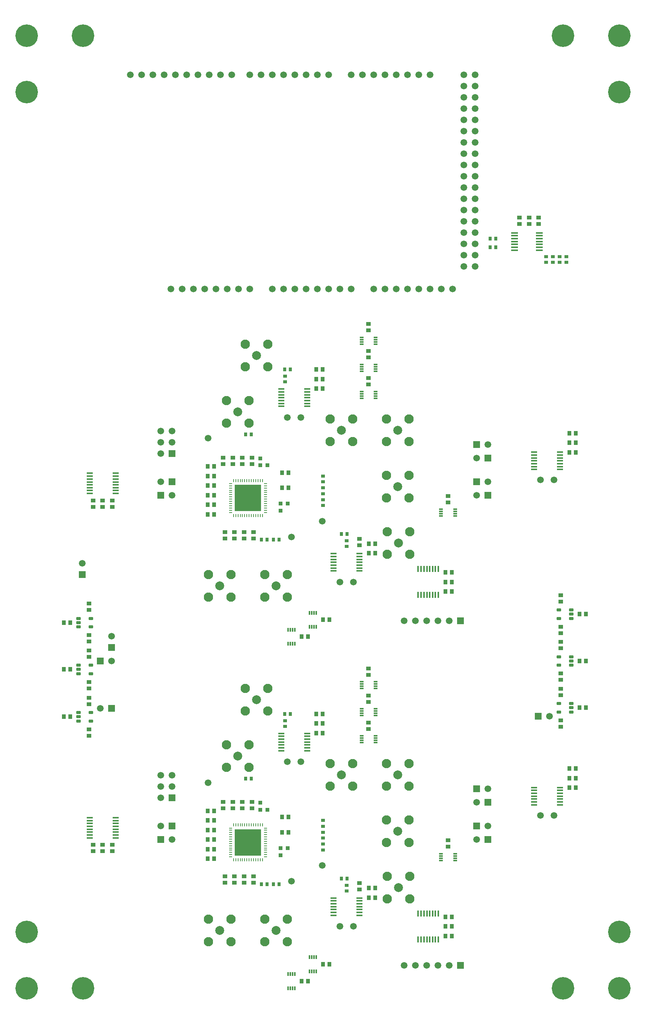
<source format=gbr>
%FSTAX23Y23*%
%MOIN*%
%SFA1B1*%

%IPPOS*%
%AMD26*
4,1,8,0.019700,-0.009800,0.019700,0.009800,0.017700,0.011800,-0.017700,0.011800,-0.019700,0.009800,-0.019700,-0.009800,-0.017700,-0.011800,0.017700,-0.011800,0.019700,-0.009800,0.0*
1,1,0.004016,0.017700,-0.009800*
1,1,0.004016,0.017700,0.009800*
1,1,0.004016,-0.017700,0.009800*
1,1,0.004016,-0.017700,-0.009800*
%
%ADD17O,0.029528X0.009842*%
%ADD18O,0.009842X0.029528*%
%ADD19R,0.233858X0.233858*%
%ADD20R,0.041339X0.037402*%
%ADD21R,0.037402X0.031496*%
%ADD22R,0.031496X0.037402*%
%ADD23R,0.058071X0.017716*%
%ADD24R,0.037402X0.041339*%
%ADD25R,0.033465X0.011811*%
G04~CAMADD=26~8~0.0~0.0~236.2~393.7~20.1~0.0~15~0.0~0.0~0.0~0.0~0~0.0~0.0~0.0~0.0~0~0.0~0.0~0.0~270.0~394.0~236.0*
%ADD26D26*%
%ADD27R,0.017716X0.058071*%
%ADD28R,0.011811X0.033465*%
%ADD29R,0.035433X0.035433*%
%ADD30R,0.035433X0.035433*%
%ADD36R,0.062992X0.013780*%
%ADD56C,0.200000*%
%ADD57C,0.059055*%
%ADD58C,0.082677*%
%ADD59R,0.059055X0.059055*%
%ADD60C,0.078740*%
%ADD61R,0.059055X0.059055*%
%LNcfd_2channel_pads_top-1*%
%LPD*%
G54D17*
X01959Y01572D03*
Y01553D03*
Y01533D03*
Y01513D03*
Y01494D03*
Y01474D03*
Y01454D03*
Y01435D03*
Y01415D03*
Y01395D03*
Y01376D03*
Y01356D03*
Y01336D03*
Y01317D03*
X0227D03*
Y01336D03*
Y01356D03*
Y01376D03*
Y01395D03*
Y01415D03*
Y01435D03*
Y01454D03*
Y01474D03*
Y01494D03*
Y01513D03*
Y01533D03*
Y01553D03*
Y01572D03*
X01959Y04627D03*
Y04608D03*
Y04588D03*
Y04568D03*
Y04549D03*
Y04529D03*
Y04509D03*
Y0449D03*
Y0447D03*
Y0445D03*
Y04431D03*
Y04411D03*
Y04391D03*
Y04372D03*
X0227D03*
Y04391D03*
Y04411D03*
Y04431D03*
Y0445D03*
Y0447D03*
Y0449D03*
Y04509D03*
Y04529D03*
Y04549D03*
Y04568D03*
Y04588D03*
Y04608D03*
Y04627D03*
G54D18*
X01987Y01289D03*
X02006D03*
X02026D03*
X02046D03*
X02065D03*
X02085D03*
X02105D03*
X02124D03*
X02144D03*
X02164D03*
X02183D03*
X02203D03*
X02223D03*
X02242D03*
Y016D03*
X02223D03*
X02203D03*
X02183D03*
X02164D03*
X02144D03*
X02124D03*
X02105D03*
X02085D03*
X02065D03*
X02046D03*
X02026D03*
X02006D03*
X01987D03*
Y04344D03*
X02006D03*
X02026D03*
X02046D03*
X02065D03*
X02085D03*
X02105D03*
X02124D03*
X02144D03*
X02164D03*
X02183D03*
X02203D03*
X02223D03*
X02242D03*
Y04655D03*
X02223D03*
X02203D03*
X02183D03*
X02164D03*
X02144D03*
X02124D03*
X02105D03*
X02085D03*
X02065D03*
X02046D03*
X02026D03*
X02006D03*
X01987D03*
G54D19*
X02115Y01445D03*
Y045D03*
G54D20*
X04695Y06931D03*
Y06988D03*
X0461Y06931D03*
Y06988D03*
X04525Y06931D03*
Y06988D03*
X01895Y04801D03*
X0191Y04198D03*
X01895Y01746D03*
X0191Y01143D03*
X0389Y04518D03*
X03185Y06043D03*
Y05803D03*
Y05563D03*
X03105Y04138D03*
X0489Y03301D03*
Y03638D03*
Y03223D03*
X02165Y04141D03*
X0208D03*
X0489Y02886D03*
Y02808D03*
X03185Y02988D03*
Y02748D03*
Y02508D03*
X0489Y02471D03*
X0389Y01463D03*
X03105Y01083D03*
X02165Y01086D03*
X0208D03*
X02065Y04858D03*
X01895D03*
X0198D03*
X01995Y04141D03*
X0191D03*
X0091Y04421D03*
X0074D03*
X00825D03*
X00705Y03563D03*
Y03148D03*
Y03226D03*
Y02728D03*
Y02811D03*
Y02391D03*
X02065Y01803D03*
X0198D03*
X01895D03*
X01995Y01086D03*
X0191D03*
X00825Y01366D03*
X0091D03*
X0074D03*
X0215Y01803D03*
Y01746D03*
X03105Y01026D03*
X03185Y02691D03*
Y02451D03*
Y02931D03*
X01995Y01143D03*
X0198Y01746D03*
X0389Y01406D03*
X0208Y01143D03*
X02065Y01746D03*
X02165Y01143D03*
Y04198D03*
X02065Y04801D03*
X0208Y04198D03*
X0389Y04461D03*
X0198Y04801D03*
X01995Y04198D03*
X03185Y05986D03*
Y05506D03*
Y05746D03*
X03105Y04081D03*
X0215Y04858D03*
Y04801D03*
X0489Y02528D03*
X00705Y02671D03*
X0489Y02751D03*
X00705Y02448D03*
X0489Y03358D03*
Y02943D03*
Y03581D03*
Y03166D03*
X00705Y03506D03*
Y03091D03*
Y03283D03*
Y02868D03*
X0074Y04478D03*
X00825D03*
X0091D03*
X0074Y01423D03*
X00825D03*
X0091D03*
G54D21*
X0494Y06589D03*
Y0664D03*
X0482Y06589D03*
Y0664D03*
X0488Y06589D03*
Y0664D03*
X0476Y06589D03*
Y0664D03*
X02779Y04643D03*
Y04538D03*
Y04433D03*
Y01588D03*
Y01483D03*
Y01378D03*
Y01639D03*
X02445Y02525D03*
Y02474D03*
X02779Y01534D03*
X0299Y01065D03*
Y01014D03*
X02779Y01429D03*
Y04484D03*
X0299Y0412D03*
Y04069D03*
X02779Y04589D03*
X02445Y0558D03*
Y05529D03*
X02779Y04694D03*
G54D22*
X04264Y06725D03*
X04315D03*
X04315Y068D03*
X04264D03*
X0249Y0564D03*
X02145Y05065D03*
X02944Y0418D03*
X02285Y0413D03*
X0239D03*
X0249Y02585D03*
X02145Y0201D03*
X02944Y01125D03*
X02285Y01075D03*
X0239D03*
X02094Y0201D03*
X02339Y01075D03*
X02234D03*
X02439Y02585D03*
X02995Y01125D03*
Y0418D03*
X02439Y0564D03*
X02234Y0413D03*
X02339D03*
X02094Y05065D03*
G54D23*
X04654Y04804D03*
X02409Y05364D03*
Y02309D03*
X04654Y01829D03*
X02874Y03904D03*
Y00849D03*
X04654Y04753D03*
X02409Y05313D03*
X02874Y03853D03*
X04654Y01778D03*
X02409Y02258D03*
X02874Y00798D03*
X00709Y04642D03*
Y01664D03*
Y01638D03*
Y01587D03*
Y01485D03*
X04654Y04906D03*
Y04881D03*
Y04855D03*
Y0483D03*
Y04778D03*
X04885Y04753D03*
Y04778D03*
Y04804D03*
Y0483D03*
Y04855D03*
Y04881D03*
Y04906D03*
X02409Y02411D03*
Y02386D03*
Y0236D03*
Y02335D03*
Y02283D03*
X0264Y02258D03*
Y02283D03*
Y02309D03*
Y02335D03*
Y0236D03*
Y02386D03*
Y02411D03*
X02874Y00951D03*
Y00926D03*
Y009D03*
Y00875D03*
Y00823D03*
X03105Y00798D03*
Y00823D03*
Y00849D03*
Y00875D03*
Y009D03*
Y00926D03*
Y00951D03*
X02874Y04006D03*
Y03981D03*
Y03955D03*
Y0393D03*
Y03878D03*
X03105Y03853D03*
Y03878D03*
Y03904D03*
Y0393D03*
Y03955D03*
Y03981D03*
Y04006D03*
X02409Y05466D03*
Y05441D03*
Y05415D03*
Y0539D03*
Y05338D03*
X0264Y05313D03*
Y05338D03*
Y05364D03*
Y0539D03*
Y05415D03*
Y05441D03*
Y05466D03*
X04885Y01931D03*
Y01906D03*
Y0188D03*
Y01855D03*
Y01829D03*
Y01803D03*
Y01778D03*
X04654Y01803D03*
Y01855D03*
Y0188D03*
Y01906D03*
Y01931D03*
X0094Y0454D03*
Y04566D03*
Y04591D03*
Y04617D03*
Y04642D03*
Y04668D03*
Y04693D03*
Y04719D03*
X00709D03*
Y04693D03*
Y04668D03*
Y04617D03*
Y04591D03*
Y04566D03*
Y0454D03*
Y01511D03*
Y01536D03*
Y01562D03*
Y01613D03*
X0094Y01664D03*
Y01638D03*
Y01613D03*
Y01587D03*
Y01562D03*
Y01536D03*
Y01511D03*
Y01485D03*
G54D24*
X01813Y0444D03*
Y01385D03*
X05023Y05075D03*
Y0499D03*
Y04905D03*
X03243Y04095D03*
X05056Y0347D03*
X03923Y0384D03*
Y03755D03*
X03243Y0401D03*
X03923Y0367D03*
X02777Y05555D03*
Y0564D03*
Y0547D03*
X02473Y0459D03*
Y04725D03*
X02838Y0342D03*
X02648Y0327D03*
X05056Y03055D03*
Y0264D03*
X05023Y02015D03*
Y021D03*
Y0193D03*
X03923Y007D03*
Y00785D03*
Y00615D03*
X03243Y00955D03*
Y0104D03*
X02777Y025D03*
Y02585D03*
Y02415D03*
X02473Y01535D03*
Y0167D03*
X02838Y00365D03*
X02648Y00215D03*
X01756Y0478D03*
Y0461D03*
Y04695D03*
Y0444D03*
Y04525D03*
Y04355D03*
X00538Y03395D03*
Y0298D03*
Y0256D03*
X01756Y01725D03*
Y0164D03*
Y01555D03*
Y0147D03*
Y01385D03*
Y013D03*
X04966Y05075D03*
Y04905D03*
Y0499D03*
X0272Y02585D03*
Y025D03*
Y02415D03*
X03186Y0104D03*
Y00955D03*
X03866Y00785D03*
Y007D03*
Y00615D03*
X02781Y00365D03*
X02591Y00215D03*
X01813Y0147D03*
Y013D03*
X02416Y0167D03*
X01813Y01555D03*
Y0164D03*
Y01725D03*
X02416Y01535D03*
X01813Y0478D03*
Y04695D03*
Y0461D03*
X02416Y0459D03*
Y04725D03*
X01813Y04355D03*
Y04525D03*
X02591Y0327D03*
X02781Y0342D03*
X03866Y0367D03*
Y03755D03*
Y0384D03*
X03186Y0401D03*
Y04095D03*
X0272Y0547D03*
Y05555D03*
Y0564D03*
X05113Y0264D03*
X00481Y0256D03*
X05113Y0347D03*
Y03055D03*
X00481Y03395D03*
Y0298D03*
X04966Y0193D03*
Y02015D03*
Y021D03*
G54D25*
X03827Y0434D03*
X03122Y05865D03*
Y05385D03*
Y05625D03*
Y0281D03*
Y0257D03*
X03827Y01285D03*
X03122Y0233D03*
X03247Y02629D03*
Y02609D03*
Y0259D03*
Y0257D03*
X03122Y0259D03*
Y02609D03*
Y02629D03*
X03247Y02389D03*
Y02369D03*
Y0235D03*
Y0233D03*
X03122Y0235D03*
Y02369D03*
Y02389D03*
X03247Y02869D03*
Y02849D03*
Y0283D03*
Y0281D03*
X03122Y0283D03*
Y02849D03*
Y02869D03*
X03952Y01344D03*
Y01324D03*
Y01305D03*
Y01285D03*
X03827Y01305D03*
Y01324D03*
Y01344D03*
X03952Y04399D03*
Y04379D03*
Y0436D03*
Y0434D03*
X03827Y0436D03*
Y04379D03*
Y04399D03*
X03122Y05924D03*
Y05904D03*
Y05885D03*
X03247Y05865D03*
Y05885D03*
Y05904D03*
Y05924D03*
X03122Y05444D03*
Y05424D03*
Y05405D03*
X03247Y05385D03*
Y05405D03*
Y05424D03*
Y05444D03*
X03122Y05684D03*
Y05664D03*
Y05645D03*
X03247Y05625D03*
Y05645D03*
Y05664D03*
Y05684D03*
G54D26*
X04984Y0347D03*
Y03055D03*
Y0264D03*
X0061Y03395D03*
Y0298D03*
Y0256D03*
X04875Y02602D03*
Y02677D03*
X04984D03*
Y02602D03*
X0061Y02597D03*
Y02522D03*
X00719D03*
Y02597D03*
X04984Y03432D03*
Y03507D03*
X04875D03*
Y03432D03*
Y03017D03*
Y03092D03*
X04984D03*
Y03017D03*
X0061Y03432D03*
Y03357D03*
X00719D03*
Y03432D03*
X0061Y03017D03*
Y02942D03*
X00719D03*
Y03017D03*
G54D27*
X03702Y03639D03*
Y00584D03*
X03804Y00815D03*
X03778D03*
X03753D03*
X03727D03*
X03702D03*
X03676D03*
X03651D03*
X03625D03*
Y00584D03*
X03651D03*
X03676D03*
X03727D03*
X03753D03*
X03778D03*
X03804D03*
Y0387D03*
X03778D03*
X03753D03*
X03727D03*
X03702D03*
X03676D03*
X03651D03*
X03625D03*
Y03639D03*
X03651D03*
X03676D03*
X03727D03*
X03753D03*
X03778D03*
X03804D03*
G54D28*
X0266Y03482D03*
X0247Y03332D03*
X0266Y00427D03*
X0247Y00277D03*
X02719Y00302D03*
X02699D03*
X0268D03*
X0266D03*
X0268Y00427D03*
X02699D03*
X02719D03*
X02529Y00152D03*
X02509D03*
X0249D03*
X0247D03*
X0249Y00277D03*
X02509D03*
X02529D03*
Y03207D03*
X02509D03*
X0249D03*
X0247D03*
X0249Y03332D03*
X02509D03*
X02529D03*
X02719Y03357D03*
X02699D03*
X0268D03*
X0266D03*
X0268Y03482D03*
X02699D03*
X02719D03*
G54D29*
X02225Y01735D03*
X02287D03*
X02225Y01797D03*
Y0479D03*
X02287D03*
X02225Y04852D03*
G54D30*
X02405Y01395D03*
Y01332D03*
X02467Y01395D03*
X02405Y0445D03*
Y04387D03*
X02467Y0445D03*
G54D36*
X047Y06851D03*
Y06826D03*
Y068D03*
Y06775D03*
Y06749D03*
Y06723D03*
Y06698D03*
X04479D03*
Y06723D03*
Y06749D03*
Y06775D03*
Y068D03*
Y06826D03*
Y06851D03*
G54D56*
X0491Y0015D03*
X0541Y0065D03*
Y081D03*
X0491Y086D03*
X0065Y0015D03*
X0015Y0065D03*
Y081D03*
X0065Y086D03*
X0015D03*
Y0015D03*
X0541Y086D03*
Y0015D03*
G54D57*
X0471Y0466D03*
X02465Y05215D03*
Y0216D03*
X0471Y01685D03*
X0293Y03755D03*
Y007D03*
X00645Y0392D03*
X0413Y06555D03*
X0403D03*
X0203Y06355D03*
X0193D03*
X0137Y08255D03*
X0483Y0466D03*
X0134Y04895D03*
X0144Y04995D03*
X0134D03*
X0144Y05095D03*
X0134D03*
Y0184D03*
X0144Y0194D03*
X0134D03*
X0144Y0204D03*
X0134D03*
X02585Y0216D03*
X0305Y007D03*
X0176Y01975D03*
X039Y00355D03*
X038D03*
X037D03*
X036D03*
X035D03*
X025Y011D03*
X02775Y0124D03*
X0134Y0159D03*
X0144Y0147D03*
X04245Y0192D03*
X04145Y018D03*
X04245Y0159D03*
X04145Y0147D03*
X02775Y04295D03*
X0176Y0503D03*
X04245Y04645D03*
X04145Y04525D03*
X04245Y04975D03*
X04145Y04855D03*
X0134Y04645D03*
X0144Y04525D03*
X025Y04155D03*
X039Y0341D03*
X038D03*
X037D03*
X036D03*
X035D03*
X0305Y03755D03*
X02585Y05215D03*
X0479Y02565D03*
X00805Y02635D03*
X00905Y03055D03*
Y03275D03*
X0483Y01685D03*
X0243Y06355D03*
X0263D03*
X0253D03*
X0283D03*
X0273D03*
X0303D03*
X0293D03*
X0233D03*
X0413Y06655D03*
X0403D03*
X0413Y06955D03*
Y06855D03*
Y06755D03*
Y07055D03*
X0403Y06955D03*
Y06855D03*
Y06755D03*
Y07055D03*
X0413Y07455D03*
Y07355D03*
X0403D03*
X0413Y07255D03*
X0403D03*
X0413Y07155D03*
X0403D03*
Y07455D03*
X0413Y07755D03*
Y07655D03*
Y07555D03*
Y07855D03*
X0403Y07755D03*
Y07655D03*
Y07555D03*
Y07855D03*
X0313Y08255D03*
X0333D03*
X0323D03*
X0353D03*
X0343D03*
X0373D03*
X0363D03*
X0303D03*
X0223D03*
X0243D03*
X0233D03*
X0263D03*
X0253D03*
X0283D03*
X0273D03*
X0157D03*
X0147D03*
X0177D03*
X0167D03*
X0117D03*
X0107D03*
X0127D03*
X0197D03*
X0187D03*
X0213D03*
X0413D03*
Y08155D03*
X0403D03*
X0413Y08055D03*
X0403D03*
X0413Y07955D03*
X0403D03*
Y08255D03*
X0333Y06355D03*
X0353D03*
X0343D03*
X0373D03*
X0363D03*
X0393D03*
X0383D03*
X0323D03*
X0153D03*
X0173D03*
X0163D03*
X0183D03*
X0213D03*
X0143D03*
G54D58*
X03545Y052D03*
X03345D03*
X03545Y05D03*
X03345Y047D03*
Y05D03*
X03545Y045D03*
Y047D03*
X0355Y042D03*
X0335D03*
X03345Y045D03*
X0355Y04D03*
X0335D03*
X02845Y052D03*
X0229Y05665D03*
Y05865D03*
X03045Y052D03*
Y05D03*
X02845D03*
X02125Y05165D03*
Y05365D03*
X02465Y0362D03*
Y0382D03*
X02265Y0362D03*
Y0382D03*
X03545Y01645D03*
Y01945D03*
X0355Y01145D03*
Y00945D03*
X03545Y02145D03*
X03345Y01645D03*
Y01945D03*
X03545Y01445D03*
X0335Y01145D03*
X03345Y01445D03*
Y02145D03*
X0335Y00945D03*
X02845Y02145D03*
X0229Y0261D03*
Y0281D03*
X03045Y02145D03*
Y01945D03*
X02845D03*
X02125Y0211D03*
Y0231D03*
X02465Y00565D03*
Y00765D03*
X02265Y00565D03*
Y00765D03*
X0209Y05865D03*
Y05665D03*
X01925Y05165D03*
Y05365D03*
X0209Y0281D03*
Y0261D03*
X01965Y0382D03*
Y0362D03*
X01925Y0211D03*
Y0231D03*
X01765Y0362D03*
Y0382D03*
X01965Y00765D03*
Y00565D03*
X01765D03*
Y00765D03*
G54D59*
X0144Y04895D03*
Y0184D03*
X00645Y0382D03*
X00905Y03175D03*
G54D60*
X02365Y00665D03*
X02025Y0221D03*
X01865Y00665D03*
X02945Y02045D03*
X0219Y0271D03*
X03445Y02045D03*
X0345Y01045D03*
X03445Y01545D03*
X0345Y041D03*
X03445Y046D03*
X0219Y05765D03*
X03445Y051D03*
X01865Y0372D03*
X02945Y051D03*
X02365Y0372D03*
X02025Y05265D03*
G54D61*
X04Y00355D03*
X0144Y0159D03*
X0134Y0147D03*
X04145Y0192D03*
X04245Y018D03*
X04145Y0159D03*
X04245Y0147D03*
X04145Y04645D03*
X04245Y04525D03*
X04145Y04975D03*
X04245Y04855D03*
X0144Y04645D03*
X0134Y04525D03*
X04Y0341D03*
X0469Y02565D03*
X00905Y02635D03*
X00805Y03055D03*
M02*
</source>
